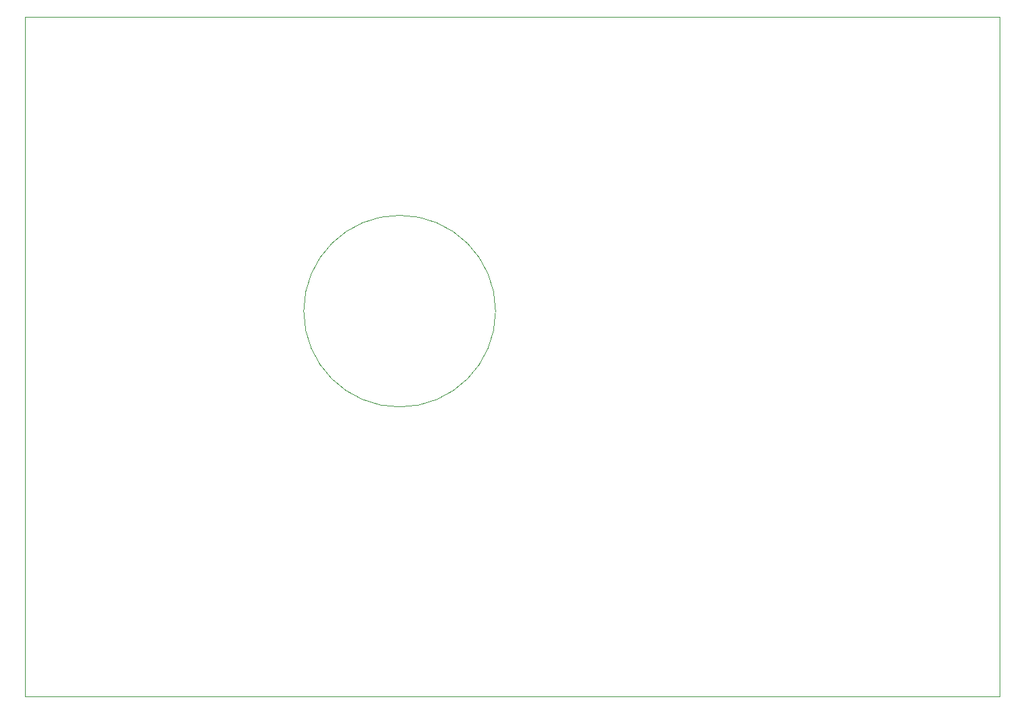
<source format=gbr>
%TF.GenerationSoftware,KiCad,Pcbnew,6.0.9-8da3e8f707~117~ubuntu22.04.1*%
%TF.CreationDate,2022-12-13T20:05:36-05:00*%
%TF.ProjectId,anderson_crt,616e6465-7273-46f6-9e5f-6372742e6b69,rev?*%
%TF.SameCoordinates,Original*%
%TF.FileFunction,Profile,NP*%
%FSLAX46Y46*%
G04 Gerber Fmt 4.6, Leading zero omitted, Abs format (unit mm)*
G04 Created by KiCad (PCBNEW 6.0.9-8da3e8f707~117~ubuntu22.04.1) date 2022-12-13 20:05:36*
%MOMM*%
%LPD*%
G01*
G04 APERTURE LIST*
%TA.AperFunction,Profile*%
%ADD10C,0.100000*%
%TD*%
%TA.AperFunction,Profile*%
%ADD11C,0.120000*%
%TD*%
G04 APERTURE END LIST*
D10*
X200660000Y-135890000D02*
X78740000Y-135890000D01*
X78740000Y-50800000D02*
X200660000Y-50800000D01*
X78740000Y-135890000D02*
X78740000Y-50800000D01*
X200660000Y-50800000D02*
X200660000Y-135890000D01*
D11*
%TO.C,CRT1*%
X137635354Y-87620000D02*
G75*
G03*
X137635354Y-87620000I-12000000J0D01*
G01*
%TD*%
M02*

</source>
